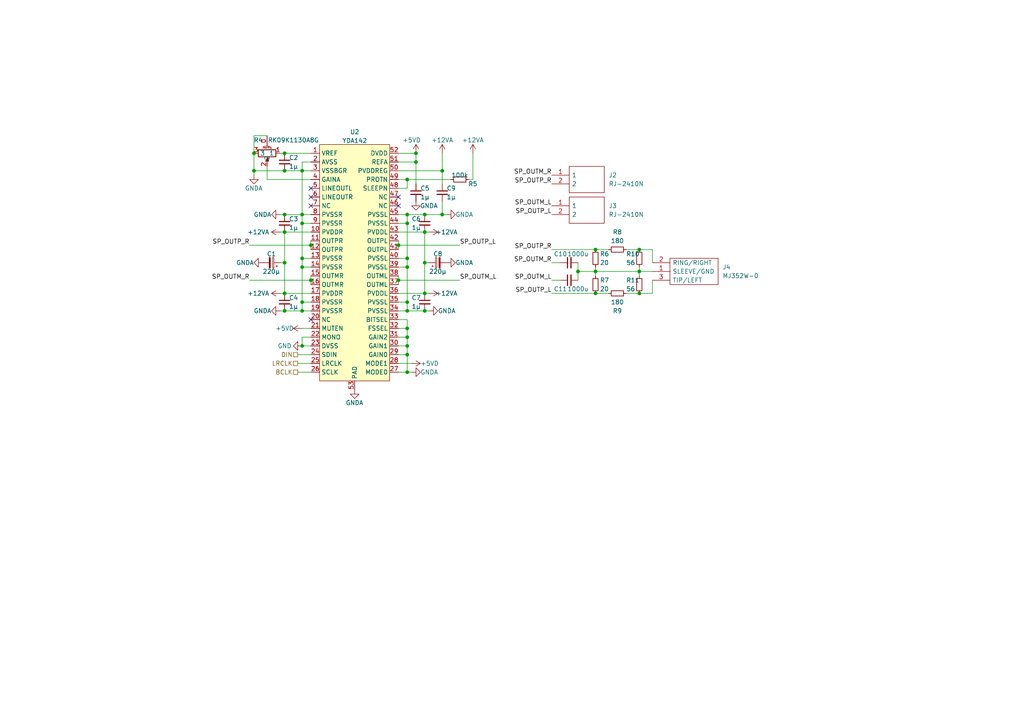
<source format=kicad_sch>
(kicad_sch (version 20211123) (generator eeschema)
  (paper "A4")
  (lib_symbols
    (symbol "Device:C_Polarized_Small" (pin_numbers hide) (pin_names (offset 0.254) hide)
      (property "Reference" "C" (at 0.254 1.778 0))
      (property "Value" "C_Polarized_Small" (at 0.254 -2.032 0))
      (symbol "C_Polarized_Small_0_1"
        (rectangle (start -1.524 -0.3048) (end 1.524 -0.6858) (fill (type outline)))
        (rectangle (start -1.524 0.6858) (end 1.524 0.3048))
        (polyline (pts (xy -1.27 1.524) (xy -0.762 1.524)))
        (polyline (pts (xy -1.016 1.27) (xy -1.016 1.778)))
      )
      (symbol "C_Polarized_Small_1_1"
        (pin passive line (at 0 2.54 270) (length 1.8542) (name "~") (number "1"))
        (pin passive line (at 0 -2.54 90) (length 1.8542) (name "~") (number "2"))
      )
    )
    (symbol "Device:C_Small" (pin_numbers hide) (pin_names (offset 0.254) hide)
      (property "Reference" "C" (at 0.254 1.778 0))
      (property "Value" "C_Small" (at 0.254 -2.032 0))
      (symbol "C_Small_0_1"
        (polyline (pts (xy -1.524 -0.508) (xy 1.524 -0.508)) (stroke (width 0.3302)))
        (polyline (pts (xy -1.524 0.508) (xy 1.524 0.508)) (stroke (width 0.3048)))
      )
      (symbol "C_Small_1_1"
        (pin passive line (at 0 2.54 270) (length 2.032) (name "~") (number "1"))
        (pin passive line (at 0 -2.54 90) (length 2.032) (name "~") (number "2"))
      )
    )
    (symbol "Device:R_Small" (pin_numbers hide) (pin_names (offset 0.254) hide)
      (property "Reference" "R" (at 0.762 0.508 0))
      (property "Value" "R_Small" (at 0.762 -1.016 0))
      (symbol "R_Small_0_1"
        (rectangle (start -0.762 1.778) (end 0.762 -1.778) (stroke (width 0.2032)))
      )
      (symbol "R_Small_1_1"
        (pin passive line (at 0 2.54 270) (length 0.762) (name "~") (number "1"))
        (pin passive line (at 0 -2.54 90) (length 0.762) (name "~") (number "2"))
      )
    )
    (symbol "MJ-352W-O:MJ352W-0" (pin_names (offset 0.762))
      (property "Reference" "J" (at 1.27 -5.08 0))
      (property "Value" "MJ352W-0" (at 1.27 -7.62 0))
      (symbol "MJ352W-0_0_0"
        (pin passive line (at 0 0 0) (length 5.08) (name "SLEEVE/GND") (number "1"))
        (pin passive line (at 0 2.54 0) (length 5.08) (name "RING/RIGHT") (number "2"))
        (pin passive line (at 0 -2.54 0) (length 5.08) (name "TIP/LEFT") (number "3"))
      )
      (symbol "MJ352W-0_0_1"
        (rectangle (start 5.08 3.81) (end 19.05 -3.81))
      )
    )
    (symbol "RJ-2410N:RJ-2410N" (pin_names (offset 0.762))
      (property "Reference" "J" (at 16.51 7.62 0))
      (property "Value" "RJ-2410N" (at 16.51 5.08 0))
      (symbol "RJ-2410N_0_0"
        (pin passive line (at 0 0 0) (length 5.08) (name "1") (number "1"))
        (pin passive line (at 0 -2.54 0) (length 5.08) (name "2") (number "2"))
      )
      (symbol "RJ-2410N_0_1"
        (polyline (pts (xy 5.08 2.54) (xy 15.24 2.54) (xy 15.24 -5.08) (xy 5.08 -5.08) (xy 5.08 2.54)) (stroke (width 0.1524)))
      )
    )
    (symbol "RK09K1130A8G:RK09K1130A8G"
      (property "Reference" "R" (at 0 12.7 0))
      (property "Value" "RK09K1130A8G" (at 0 10.16 0))
      (symbol "RK09K1130A8G_0_1"
        (polyline (pts (xy 2.54 0) (xy 1.524 0)))
        (polyline (pts (xy 1.143 0) (xy 2.286 0.508) (xy 2.286 -0.508)) (fill (type outline)))
        (rectangle (start 1.016 2.54) (end -1.016 -2.54) (stroke (width 0.254)))
      )
      (symbol "RK09K1130A8G_1_1"
        (polyline (pts (xy -2.032 1.016) (xy -2.032 -1.016)) (stroke (width 0.1524)))
        (text "Mounting" (at -1.651 0 900) (effects (font (size 0.381 0.381))))
        (pin passive line (at -5.08 0 0) (length 3.048) (name "") (number "0"))
        (pin passive line (at 0 3.81 270) (length 1.27) (name "1") (number "1"))
        (pin passive line (at 3.81 0 180) (length 1.27) (name "2") (number "2"))
        (pin passive line (at 0 -3.81 90) (length 1.27) (name "3") (number "3"))
      )
    )
    (symbol "YDA142:YDA142"
      (property "Reference" "U" (at 3.81 3.81 0))
      (property "Value" "YDA142" (at 8.89 3.81 0))
      (symbol "YDA142_0_1"
        (rectangle (start 2.54 -66.04) (end 22.86 2.54) (stroke (width 0.1524)) (fill (type background)))
      )
      (symbol "YDA142_1_1"
        (pin passive line (at 0 0 0) (length 2.54) (name "VREF") (number "1"))
        (pin passive line (at 0 -22.86 0) (length 2.54) (name "PVDDR") (number "10"))
        (pin passive line (at 0 -25.4 0) (length 2.54) (name "OUTPR") (number "11"))
        (pin passive line (at 0 -27.94 0) (length 2.54) (name "OUTPR") (number "12"))
        (pin passive line (at 0 -30.48 0) (length 2.54) (name "PVSSR") (number "13"))
        (pin passive line (at 0 -33.02 0) (length 2.54) (name "PVSSR") (number "14"))
        (pin passive line (at 0 -35.56 0) (length 2.54) (name "OUTMR") (number "15"))
        (pin passive line (at 0 -38.1 0) (length 2.54) (name "OUTMR") (number "16"))
        (pin passive line (at 0 -40.64 0) (length 2.54) (name "PVDDR") (number "17"))
        (pin passive line (at 0 -43.18 0) (length 2.54) (name "PVSSR") (number "18"))
        (pin passive line (at 0 -45.72 0) (length 2.54) (name "PVSSR") (number "19"))
        (pin passive line (at 0 -2.54 0) (length 2.54) (name "AVSS") (number "2"))
        (pin passive line (at 0 -48.26 0) (length 2.54) (name "NC") (number "20"))
        (pin passive line (at 0 -50.8 0) (length 2.54) (name "MUTEN") (number "21"))
        (pin passive line (at 0 -53.34 0) (length 2.54) (name "MONO") (number "22"))
        (pin passive line (at 0 -55.88 0) (length 2.54) (name "DVSS") (number "23"))
        (pin passive line (at 0 -58.42 0) (length 2.54) (name "SDIN") (number "24"))
        (pin passive line (at 0 -60.96 0) (length 2.54) (name "LRCLK") (number "25"))
        (pin passive line (at 0 -63.5 0) (length 2.54) (name "SCLK") (number "26"))
        (pin passive line (at 25.4 -63.5 180) (length 2.54) (name "MODE0") (number "27"))
        (pin passive line (at 25.4 -60.96 180) (length 2.54) (name "MODE1") (number "28"))
        (pin passive line (at 25.4 -58.42 180) (length 2.54) (name "GAIN0") (number "29"))
        (pin passive line (at 0 -5.08 0) (length 2.54) (name "VSSBGR") (number "3"))
        (pin passive line (at 25.4 -55.88 180) (length 2.54) (name "GAIN1") (number "30"))
        (pin passive line (at 25.4 -53.34 180) (length 2.54) (name "GAIN2") (number "31"))
        (pin passive line (at 25.4 -50.8 180) (length 2.54) (name "FSSEL") (number "32"))
        (pin passive line (at 25.4 -48.26 180) (length 2.54) (name "BITSEL") (number "33"))
        (pin passive line (at 25.4 -45.72 180) (length 2.54) (name "PVSSL") (number "34"))
        (pin passive line (at 25.4 -43.18 180) (length 2.54) (name "PVSSL") (number "35"))
        (pin passive line (at 25.4 -40.64 180) (length 2.54) (name "PVDDL") (number "36"))
        (pin passive line (at 25.4 -38.1 180) (length 2.54) (name "OUTML") (number "37"))
        (pin passive line (at 25.4 -35.56 180) (length 2.54) (name "OUTML") (number "38"))
        (pin passive line (at 25.4 -33.02 180) (length 2.54) (name "PVSSL") (number "39"))
        (pin passive line (at 0 -7.62 0) (length 2.54) (name "GAINA") (number "4"))
        (pin passive line (at 25.4 -30.48 180) (length 2.54) (name "PVSSL") (number "40"))
        (pin passive line (at 25.4 -27.94 180) (length 2.54) (name "OUTPL") (number "41"))
        (pin passive line (at 25.4 -25.4 180) (length 2.54) (name "OUTPL") (number "42"))
        (pin passive line (at 25.4 -22.86 180) (length 2.54) (name "PVDDL") (number "43"))
        (pin passive line (at 25.4 -20.32 180) (length 2.54) (name "PVSSL") (number "44"))
        (pin passive line (at 25.4 -17.78 180) (length 2.54) (name "PVSSL") (number "45"))
        (pin passive line (at 25.4 -15.24 180) (length 2.54) (name "NC") (number "46"))
        (pin passive line (at 25.4 -12.7 180) (length 2.54) (name "NC") (number "47"))
        (pin passive line (at 25.4 -10.16 180) (length 2.54) (name "SLEEPN") (number "48"))
        (pin passive line (at 25.4 -7.62 180) (length 2.54) (name "PROTN") (number "49"))
        (pin passive line (at 0 -10.16 0) (length 2.54) (name "LINEOUTL") (number "5"))
        (pin passive line (at 25.4 -5.08 180) (length 2.54) (name "PVDDREG") (number "50"))
        (pin passive line (at 25.4 -2.54 180) (length 2.54) (name "REFA") (number "51"))
        (pin passive line (at 25.4 0 180) (length 2.54) (name "DVDD") (number "52"))
        (pin passive line (at 12.7 -68.58 90) (length 2.54) (name "PAD") (number "53"))
        (pin passive line (at 0 -12.7 0) (length 2.54) (name "LINEOUTR") (number "6"))
        (pin passive line (at 0 -15.24 0) (length 2.54) (name "NC") (number "7"))
        (pin passive line (at 0 -17.78 0) (length 2.54) (name "PVSSR") (number "8"))
        (pin passive line (at 0 -20.32 0) (length 2.54) (name "PVSSR") (number "9"))
      )
    )
    (symbol "power:+12VA" (power) (pin_names (offset 0))
      (property "Value" "+12VA" (at 0 3.556 0))
      (symbol "+12VA_0_1"
        (polyline (pts (xy -0.762 1.27) (xy 0 2.54)))
        (polyline (pts (xy 0 0) (xy 0 2.54)))
        (polyline (pts (xy 0 2.54) (xy 0.762 1.27)))
      )
      (symbol "+12VA_1_1"
        (pin power_in line (at 0 0 90) (length 0) hide (name "+12VA") (number "1"))
      )
    )
    (symbol "power:+5VD" (power) (pin_names (offset 0))
      (property "Value" "+5VD" (at 0 3.556 0))
      (symbol "+5VD_0_1"
        (polyline (pts (xy -0.762 1.27) (xy 0 2.54)))
        (polyline (pts (xy 0 0) (xy 0 2.54)))
        (polyline (pts (xy 0 2.54) (xy 0.762 1.27)))
      )
      (symbol "+5VD_1_1"
        (pin power_in line (at 0 0 90) (length 0) hide (name "+5VD") (number "1"))
      )
    )
    (symbol "power:GND" (power) (pin_names (offset 0))
      (property "Value" "GND" (at 0 -3.81 0))
      (symbol "GND_0_1"
        (polyline (pts (xy 0 0) (xy 0 -1.27) (xy 1.27 -1.27) (xy 0 -2.54) (xy -1.27 -1.27) (xy 0 -1.27)))
      )
      (symbol "GND_1_1"
        (pin power_in line (at 0 0 270) (length 0) hide (name "GND") (number "1"))
      )
    )
    (symbol "power:GNDA" (power) (pin_names (offset 0))
      (property "Value" "GNDA" (at 0 -3.81 0))
      (symbol "GNDA_0_1"
        (polyline (pts (xy 0 0) (xy 0 -1.27) (xy 1.27 -1.27) (xy 0 -2.54) (xy -1.27 -1.27) (xy 0 -1.27)))
      )
      (symbol "GNDA_1_1"
        (pin power_in line (at 0 0 270) (length 0) hide (name "GNDA") (number "1"))
      )
    )
  )
  (junction (at 118.11 100.33))
  (junction (at 118.11 62.23))
  (junction (at 118.11 90.17))
  (junction (at 118.11 74.93))
  (junction (at 90.17 71.12))
  (junction (at 118.11 107.95))
  (junction (at 87.63 64.77))
  (junction (at 118.11 102.87))
  (junction (at 185.42 78.74))
  (junction (at 82.55 67.31))
  (junction (at 185.42 72.39))
  (junction (at 82.55 49.53))
  (junction (at 118.11 97.79))
  (junction (at 87.63 77.47))
  (junction (at 118.11 77.47))
  (junction (at 123.19 85.09))
  (junction (at 185.42 85.09))
  (junction (at 73.66 44.45))
  (junction (at 87.63 100.33))
  (junction (at 172.72 85.09))
  (junction (at 123.19 90.17))
  (junction (at 128.27 62.23))
  (junction (at 123.19 76.2))
  (junction (at 87.63 87.63))
  (junction (at 87.63 62.23))
  (junction (at 123.19 62.23))
  (junction (at 82.55 44.45))
  (junction (at 172.72 78.74))
  (junction (at 123.19 67.31))
  (junction (at 115.57 81.28))
  (junction (at 118.11 64.77))
  (junction (at 118.11 87.63))
  (junction (at 87.63 49.53))
  (junction (at 87.63 90.17))
  (junction (at 128.27 49.53))
  (junction (at 82.55 85.09))
  (junction (at 120.65 44.45))
  (junction (at 82.55 76.2))
  (junction (at 73.66 49.53))
  (junction (at 118.11 95.25))
  (junction (at 90.17 81.28))
  (junction (at 82.55 62.23))
  (junction (at 82.55 90.17))
  (junction (at 87.63 74.93))
  (junction (at 167.64 78.74))
  (junction (at 120.65 46.99))
  (junction (at 118.11 52.07))
  (junction (at 115.57 71.12))
  (junction (at 172.72 72.39))
  (no_connect (at 90.17 92.71))
  (no_connect (at 90.17 59.69))
  (no_connect (at 115.57 59.69))
  (no_connect (at 115.57 57.15))
  (no_connect (at 90.17 54.61))
  (no_connect (at 90.17 57.15))
  (wire (pts (xy 123.19 90.17) (xy 124.46 90.17)))
  (wire (pts (xy 87.63 64.77) (xy 87.63 74.93)))
  (wire (pts (xy 90.17 72.39) (xy 90.17 71.12)))
  (wire (pts (xy 118.11 64.77) (xy 115.57 64.77)))
  (wire (pts (xy 115.57 87.63) (xy 118.11 87.63)))
  (wire (pts (xy 172.72 72.39) (xy 176.53 72.39)))
  (wire (pts (xy 181.61 85.09) (xy 185.42 85.09)))
  (wire (pts (xy 115.57 100.33) (xy 118.11 100.33)))
  (wire (pts (xy 115.57 62.23) (xy 118.11 62.23)))
  (wire (pts (xy 90.17 71.12) (xy 90.17 69.85)))
  (wire (pts (xy 115.57 44.45) (xy 120.65 44.45)))
  (wire (pts (xy 181.61 72.39) (xy 185.42 72.39)))
  (wire (pts (xy 118.11 87.63) (xy 118.11 90.17)))
  (wire (pts (xy 87.63 62.23) (xy 87.63 64.77)))
  (wire (pts (xy 118.11 62.23) (xy 118.11 64.77)))
  (wire (pts (xy 115.57 81.28) (xy 133.35 81.28)))
  (wire (pts (xy 118.11 92.71) (xy 118.11 95.25)))
  (wire (pts (xy 118.11 97.79) (xy 118.11 100.33)))
  (wire (pts (xy 115.57 71.12) (xy 133.35 71.12)))
  (wire (pts (xy 81.28 76.2) (xy 82.55 76.2)))
  (wire (pts (xy 87.63 100.33) (xy 90.17 100.33)))
  (wire (pts (xy 82.55 76.2) (xy 82.55 85.09)))
  (wire (pts (xy 115.57 95.25) (xy 118.11 95.25)))
  (wire (pts (xy 115.57 81.28) (xy 115.57 82.55)))
  (wire (pts (xy 189.23 76.2) (xy 189.23 72.39)))
  (wire (pts (xy 81.28 85.09) (xy 82.55 85.09)))
  (wire (pts (xy 160.02 76.2) (xy 162.56 76.2)))
  (wire (pts (xy 185.42 78.74) (xy 189.23 78.74)))
  (wire (pts (xy 87.63 97.79) (xy 90.17 97.79)))
  (wire (pts (xy 90.17 81.28) (xy 90.17 82.55)))
  (wire (pts (xy 172.72 77.47) (xy 172.72 78.74)))
  (wire (pts (xy 82.55 62.23) (xy 87.63 62.23)))
  (wire (pts (xy 118.11 64.77) (xy 118.11 74.93)))
  (wire (pts (xy 118.11 100.33) (xy 118.11 102.87)))
  (wire (pts (xy 90.17 81.28) (xy 72.39 81.28)))
  (wire (pts (xy 90.17 71.12) (xy 72.39 71.12)))
  (wire (pts (xy 73.66 50.8) (xy 73.66 49.53)))
  (wire (pts (xy 87.63 90.17) (xy 87.63 87.63)))
  (wire (pts (xy 115.57 71.12) (xy 115.57 69.85)))
  (wire (pts (xy 82.55 67.31) (xy 90.17 67.31)))
  (wire (pts (xy 115.57 74.93) (xy 118.11 74.93)))
  (wire (pts (xy 172.72 78.74) (xy 172.72 80.01)))
  (wire (pts (xy 82.55 90.17) (xy 87.63 90.17)))
  (wire (pts (xy 81.28 62.23) (xy 82.55 62.23)))
  (wire (pts (xy 82.55 85.09) (xy 90.17 85.09)))
  (wire (pts (xy 185.42 78.74) (xy 185.42 80.01)))
  (wire (pts (xy 118.11 90.17) (xy 115.57 90.17)))
  (wire (pts (xy 82.55 90.17) (xy 81.28 90.17)))
  (wire (pts (xy 123.19 85.09) (xy 124.46 85.09)))
  (wire (pts (xy 118.11 107.95) (xy 119.38 107.95)))
  (wire (pts (xy 87.63 46.99) (xy 90.17 46.99)))
  (wire (pts (xy 123.19 90.17) (xy 118.11 90.17)))
  (wire (pts (xy 123.19 62.23) (xy 128.27 62.23)))
  (wire (pts (xy 128.27 49.53) (xy 128.27 44.45)))
  (wire (pts (xy 87.63 77.47) (xy 87.63 74.93)))
  (wire (pts (xy 87.63 49.53) (xy 87.63 62.23)))
  (wire (pts (xy 87.63 97.79) (xy 87.63 100.33)))
  (wire (pts (xy 82.55 67.31) (xy 81.28 67.31)))
  (wire (pts (xy 82.55 44.45) (xy 90.17 44.45)))
  (wire (pts (xy 86.36 105.41) (xy 90.17 105.41)))
  (wire (pts (xy 115.57 52.07) (xy 118.11 52.07)))
  (wire (pts (xy 118.11 54.61) (xy 115.57 54.61)))
  (wire (pts (xy 124.46 76.2) (xy 123.19 76.2)))
  (wire (pts (xy 87.63 77.47) (xy 87.63 87.63)))
  (wire (pts (xy 82.55 49.53) (xy 87.63 49.53)))
  (wire (pts (xy 118.11 77.47) (xy 118.11 87.63)))
  (wire (pts (xy 115.57 102.87) (xy 118.11 102.87)))
  (wire (pts (xy 115.57 72.39) (xy 115.57 71.12)))
  (wire (pts (xy 86.36 107.95) (xy 90.17 107.95)))
  (wire (pts (xy 185.42 77.47) (xy 185.42 78.74)))
  (wire (pts (xy 115.57 107.95) (xy 118.11 107.95)))
  (wire (pts (xy 189.23 81.28) (xy 189.23 85.09)))
  (wire (pts (xy 115.57 46.99) (xy 120.65 46.99)))
  (wire (pts (xy 90.17 62.23) (xy 87.63 62.23)))
  (wire (pts (xy 90.17 90.17) (xy 87.63 90.17)))
  (wire (pts (xy 77.47 52.07) (xy 90.17 52.07)))
  (wire (pts (xy 128.27 58.42) (xy 128.27 62.23)))
  (wire (pts (xy 118.11 77.47) (xy 115.57 77.47)))
  (wire (pts (xy 128.27 49.53) (xy 128.27 53.34)))
  (wire (pts (xy 90.17 80.01) (xy 90.17 81.28)))
  (wire (pts (xy 120.65 46.99) (xy 120.65 53.34)))
  (wire (pts (xy 73.66 44.45) (xy 73.66 49.53)))
  (wire (pts (xy 118.11 95.25) (xy 118.11 97.79)))
  (wire (pts (xy 90.17 77.47) (xy 87.63 77.47)))
  (wire (pts (xy 189.23 85.09) (xy 185.42 85.09)))
  (wire (pts (xy 118.11 62.23) (xy 123.19 62.23)))
  (wire (pts (xy 185.42 78.74) (xy 172.72 78.74)))
  (wire (pts (xy 128.27 62.23) (xy 129.54 62.23)))
  (wire (pts (xy 115.57 97.79) (xy 118.11 97.79)))
  (wire (pts (xy 87.63 87.63) (xy 90.17 87.63)))
  (wire (pts (xy 86.36 102.87) (xy 90.17 102.87)))
  (wire (pts (xy 115.57 80.01) (xy 115.57 81.28)))
  (wire (pts (xy 81.28 44.45) (xy 82.55 44.45)))
  (wire (pts (xy 115.57 105.41) (xy 119.38 105.41)))
  (wire (pts (xy 172.72 85.09) (xy 176.53 85.09)))
  (wire (pts (xy 73.66 39.37) (xy 77.47 39.37)))
  (wire (pts (xy 87.63 64.77) (xy 90.17 64.77)))
  (wire (pts (xy 90.17 49.53) (xy 87.63 49.53)))
  (wire (pts (xy 87.63 74.93) (xy 90.17 74.93)))
  (wire (pts (xy 82.55 67.31) (xy 82.55 76.2)))
  (wire (pts (xy 118.11 52.07) (xy 118.11 54.61)))
  (wire (pts (xy 118.11 74.93) (xy 118.11 77.47)))
  (wire (pts (xy 87.63 95.25) (xy 90.17 95.25)))
  (wire (pts (xy 115.57 67.31) (xy 123.19 67.31)))
  (wire (pts (xy 137.16 52.07) (xy 137.16 44.45)))
  (wire (pts (xy 120.65 46.99) (xy 120.65 44.45)))
  (wire (pts (xy 189.23 72.39) (xy 185.42 72.39)))
  (wire (pts (xy 87.63 49.53) (xy 87.63 46.99)))
  (wire (pts (xy 160.02 85.09) (xy 172.72 85.09)))
  (wire (pts (xy 123.19 76.2) (xy 123.19 85.09)))
  (wire (pts (xy 172.72 78.74) (xy 167.64 78.74)))
  (wire (pts (xy 118.11 52.07) (xy 130.81 52.07)))
  (wire (pts (xy 137.16 52.07) (xy 135.89 52.07)))
  (wire (pts (xy 167.64 78.74) (xy 167.64 81.28)))
  (wire (pts (xy 160.02 72.39) (xy 172.72 72.39)))
  (wire (pts (xy 77.47 48.26) (xy 77.47 52.07)))
  (wire (pts (xy 73.66 49.53) (xy 82.55 49.53)))
  (wire (pts (xy 160.02 81.28) (xy 162.56 81.28)))
  (wire (pts (xy 115.57 92.71) (xy 118.11 92.71)))
  (wire (pts (xy 115.57 85.09) (xy 123.19 85.09)))
  (wire (pts (xy 73.66 39.37) (xy 73.66 44.45)))
  (wire (pts (xy 115.57 49.53) (xy 128.27 49.53)))
  (wire (pts (xy 123.19 67.31) (xy 123.19 76.2)))
  (wire (pts (xy 167.64 76.2) (xy 167.64 78.74)))
  (wire (pts (xy 123.19 67.31) (xy 124.46 67.31)))
  (wire (pts (xy 118.11 102.87) (xy 118.11 107.95)))
  (label "SP_OUTP_L" (at 133.35 71.12 0))
  (label "SP_OUTP_R" (at 160.02 53.34 180))
  (label "SP_OUTM_L" (at 160.02 81.28 180))
  (label "SP_OUTM_R" (at 160.02 50.8 180))
  (label "SP_OUTP_R" (at 160.02 72.39 180))
  (label "SP_OUTM_L" (at 133.35 81.28 0))
  (label "SP_OUTP_L" (at 160.02 85.09 180))
  (label "SP_OUTM_L" (at 160.02 59.69 180))
  (label "SP_OUTP_R" (at 72.39 71.12 180))
  (label "SP_OUTP_L" (at 160.02 62.23 180))
  (label "SP_OUTM_R" (at 160.02 76.2 180))
  (label "SP_OUTM_R" (at 72.39 81.28 180))
  (hierarchical_label "BCLK" (shape passive) (at 86.36 107.95 180))
  (hierarchical_label "LRCLK" (shape passive) (at 86.36 105.41 180))
  (hierarchical_label "DIN" (shape passive) (at 86.36 102.87 180))
  (symbol (lib_id "power:GNDA") (at 102.87 113.03 0) (unit 1)
    (property "Reference" "#PWR022" (effects hide))
    (property "Value" "GNDA" (at 105.41 116.84 0) (effects (justify right)))
  )
  (symbol (lib_id "MJ-352W-O:MJ352W-0") (at 189.23 78.74 0) (unit 1)
    (property "Reference" "J4" (at 209.55 77.4699 0) (effects (justify left)))
    (property "Value" "MJ352W-0" (at 209.55 80.0099 0) (effects (justify left)))
    (property "Footprint" "MJ-352W-O:MJ-352W-O" (effects hide))
    (property "Datasheet" "http://www.farnell.com/datasheets/3013749.pdf" (effects hide))
    (property "Description" "Kobiconn Socket, 3.5mm Jack, 3 Pole" (effects hide))
    (property "Height" "6" (effects hide))
    (property "Manufacturer_Name" "Kobiconn" (effects hide))
    (property "Manufacturer_Part_Number" "MJ352W-0" (effects hide))
    (property "Mouser Part Number" "N/A" (effects hide))
    (property "Mouser Price/Stock" "https://www.mouser.co.uk/ProductDetail/Kobiconn/MJ352W-0/?qs=W%2FMpXkg%252BdQ5LT%252BV8urJ6EA%3D%3D" (effects hide))
  )
  (symbol (lib_id "RK09K1130A8G:RK09K1130A8G") (at 77.47 44.45 270) (unit 1)
    (property "Reference" "R4" (at 74.93 40.64 90))
    (property "Value" "RK09K1130A8G" (at 85.09 40.64 90))
    (property "Footprint" "RK09K1130A8G:RK09K1130A8G" (effects hide))
  )
  (symbol (lib_id "power:GNDA") (at 76.2 76.2 270) (unit 1)
    (property "Reference" "#PWR015" (effects hide))
    (property "Value" "GNDA" (at 73.66 76.2 90) (effects (justify right)))
  )
  (symbol (lib_id "Device:R_Small") (at 179.07 85.09 90) (unit 1)
    (property "Reference" "R9" (at 179.07 90.17 90))
    (property "Value" "180" (at 179.07 87.63 90))
    (property "Footprint" "Resistor_THT:R_Axial_DIN0309_L9.0mm_D3.2mm_P12.70mm_Horizontal" (effects hide))
  )
  (symbol (lib_id "Device:R_Small") (at 133.35 52.07 90) (unit 1)
    (property "Reference" "R5" (at 137.16 53.34 90))
    (property "Value" "100k" (at 133.35 50.8 90))
    (property "Footprint" "Resistor_SMD:R_0603_1608Metric_Pad0.98x0.95mm_HandSolder" (effects hide))
  )
  (symbol (lib_id "power:GND") (at 87.63 100.33 270) (unit 1)
    (property "Reference" "#PWR021" (effects hide))
    (property "Value" "GND" (at 82.55 100.33 90))
  )
  (symbol (lib_id "power:+12VA") (at 124.46 67.31 270) (unit 1)
    (property "Reference" "#PWR027" (effects hide))
    (property "Value" "+12VA" (at 129.54 67.31 90))
  )
  (symbol (lib_id "power:+5VD") (at 119.38 105.41 270) (unit 1)
    (property "Reference" "#PWR023" (effects hide))
    (property "Value" "+5VD" (at 121.92 105.41 90) (effects (justify left)))
  )
  (symbol (lib_id "Device:C_Polarized_Small") (at 78.74 76.2 270) (mirror x) (unit 1)
    (property "Reference" "C1" (at 78.74 73.66 90))
    (property "Value" "220μ" (at 78.74 78.74 90))
    (property "Footprint" "Capacitor_THT:CP_Radial_D12.5mm_P5.00mm" (effects hide))
  )
  (symbol (lib_id "Device:R_Small") (at 179.07 72.39 90) (unit 1)
    (property "Reference" "R8" (at 179.07 67.31 90))
    (property "Value" "180" (at 179.07 69.85 90))
    (property "Footprint" "Resistor_THT:R_Axial_DIN0309_L9.0mm_D3.2mm_P12.70mm_Horizontal" (effects hide))
  )
  (symbol (lib_id "power:+12VA") (at 81.28 85.09 90) (unit 1)
    (property "Reference" "#PWR018" (effects hide))
    (property "Value" "+12VA" (at 74.93 85.09 90))
  )
  (symbol (lib_id "Device:C_Small") (at 82.55 64.77 0) (unit 1)
    (property "Reference" "C3" (at 83.82 63.5 0) (effects (justify left)))
    (property "Value" "1μ" (at 83.82 66.04 0) (effects (justify left)))
    (property "Footprint" "Capacitor_SMD:C_0603_1608Metric_Pad1.08x0.95mm_HandSolder" (effects hide))
  )
  (symbol (lib_id "Device:C_Small") (at 120.65 55.88 0) (unit 1)
    (property "Reference" "C5" (at 121.92 54.61 0) (effects (justify left)))
    (property "Value" "1μ" (at 121.92 57.15 0) (effects (justify left)))
    (property "Footprint" "Capacitor_SMD:C_0603_1608Metric_Pad1.08x0.95mm_HandSolder" (effects hide))
  )
  (symbol (lib_id "RJ-2410N:RJ-2410N") (at 160.02 50.8 0) (unit 1)
    (property "Reference" "J2" (at 176.53 50.7999 0) (effects (justify left)))
    (property "Value" "RJ-2410N" (at 176.53 53.3399 0) (effects (justify left)))
    (property "Footprint" "RJ-2410N:RJ-2410N" (effects hide))
    (property "Datasheet" "http://akizukidenshi.com/download/RJ-2410N_R.pdf" (effects hide))
    (property "Description" "RCA Jack-P>C>B Mount, Red" (effects hide))
    (property "Height" "13.2" (effects hide))
    (property "Manufacturer_Name" "United Au-Vi" (effects hide))
    (property "Manufacturer_Part_Number" "RJ-2410N" (effects hide))
  )
  (symbol (lib_id "Device:C_Small") (at 82.55 46.99 0) (unit 1)
    (property "Reference" "C2" (at 83.82 45.72 0) (effects (justify left)))
    (property "Value" "1μ" (at 83.82 48.26 0) (effects (justify left)))
    (property "Footprint" "Capacitor_SMD:C_0603_1608Metric_Pad1.08x0.95mm_HandSolder" (effects hide))
  )
  (symbol (lib_id "power:GNDA") (at 124.46 90.17 90) (unit 1)
    (property "Reference" "#PWR029" (effects hide))
    (property "Value" "GNDA" (at 127 90.17 90) (effects (justify right)))
  )
  (symbol (lib_id "power:GNDA") (at 119.38 107.95 90) (unit 1)
    (property "Reference" "#PWR024" (effects hide))
    (property "Value" "GNDA" (at 121.92 107.95 90) (effects (justify right)))
  )
  (symbol (lib_id "Device:C_Small") (at 123.19 87.63 0) (unit 1)
    (property "Reference" "C7" (at 119.38 86.36 0) (effects (justify left)))
    (property "Value" "1μ" (at 119.38 88.9 0) (effects (justify left)))
    (property "Footprint" "Capacitor_SMD:C_0603_1608Metric_Pad1.08x0.95mm_HandSolder" (effects hide))
  )
  (symbol (lib_id "power:GNDA") (at 81.28 90.17 270) (unit 1)
    (property "Reference" "#PWR019" (effects hide))
    (property "Value" "GNDA" (at 78.74 90.17 90) (effects (justify right)))
  )
  (symbol (lib_id "power:GNDA") (at 73.66 50.8 0) (unit 1)
    (property "Reference" "#PWR014" (effects hide))
    (property "Value" "GNDA" (at 76.2 54.61 0) (effects (justify right)))
  )
  (symbol (lib_id "Device:R_Small") (at 172.72 74.93 0) (unit 1)
    (property "Reference" "R6" (at 173.99 73.66 0) (effects (justify left)))
    (property "Value" "20" (at 173.99 76.2 0) (effects (justify left)))
    (property "Footprint" "Resistor_THT:R_Axial_DIN0516_L15.5mm_D5.0mm_P20.32mm_Horizontal" (effects hide))
  )
  (symbol (lib_id "power:+12VA") (at 137.16 44.45 0) (unit 1)
    (property "Reference" "#PWR033" (effects hide))
    (property "Value" "+12VA" (at 137.16 40.64 0))
  )
  (symbol (lib_id "Device:R_Small") (at 185.42 74.93 0) (unit 1)
    (property "Reference" "R10" (at 181.61 73.66 0) (effects (justify left)))
    (property "Value" "56" (at 181.61 76.2 0) (effects (justify left)))
    (property "Footprint" "Resistor_THT:R_Axial_DIN0207_L6.3mm_D2.5mm_P7.62mm_Horizontal" (effects hide))
  )
  (symbol (lib_id "power:GNDA") (at 81.28 62.23 270) (unit 1)
    (property "Reference" "#PWR016" (effects hide))
    (property "Value" "GNDA" (at 78.74 62.23 90) (effects (justify right)))
  )
  (symbol (lib_id "Device:C_Small") (at 165.1 76.2 90) (unit 1)
    (property "Reference" "C10" (at 162.56 73.66 90))
    (property "Value" "1000u" (at 167.64 73.66 90))
    (property "Footprint" "Capacitor_THT:C_Radial_D16.0mm_H31.5mm_P7.50mm" (effects hide))
  )
  (symbol (lib_id "Device:R_Small") (at 185.42 82.55 0) (unit 1)
    (property "Reference" "R11" (at 181.61 81.28 0) (effects (justify left)))
    (property "Value" "56" (at 181.61 83.82 0) (effects (justify left)))
    (property "Footprint" "Resistor_THT:R_Axial_DIN0207_L6.3mm_D2.5mm_P7.62mm_Horizontal" (effects hide))
  )
  (symbol (lib_id "power:GNDA") (at 120.65 58.42 0) (unit 1)
    (property "Reference" "#PWR026" (effects hide))
    (property "Value" "GNDA" (at 127 59.69 0) (effects (justify right)))
  )
  (symbol (lib_id "power:+12VA") (at 124.46 85.09 270) (unit 1)
    (property "Reference" "#PWR028" (effects hide))
    (property "Value" "+12VA" (at 129.54 85.09 90))
  )
  (symbol (lib_id "power:GNDA") (at 129.54 76.2 90) (unit 1)
    (property "Reference" "#PWR032" (effects hide))
    (property "Value" "GNDA" (at 132.08 76.2 90) (effects (justify right)))
  )
  (symbol (lib_id "Device:R_Small") (at 172.72 82.55 0) (unit 1)
    (property "Reference" "R7" (at 173.99 81.28 0) (effects (justify left)))
    (property "Value" "20" (at 173.99 83.82 0) (effects (justify left)))
    (property "Footprint" "Resistor_THT:R_Axial_DIN0516_L15.5mm_D5.0mm_P20.32mm_Horizontal" (effects hide))
  )
  (symbol (lib_id "YDA142:YDA142") (at 90.17 44.45 0) (unit 1)
    (property "Reference" "U2" (at 102.87 38.261 0))
    (property "Value" "YDA142" (at 102.87 40.7979 0))
    (property "Footprint" "YDA142:YDA142" (effects hide))
  )
  (symbol (lib_id "power:+12VA") (at 128.27 44.45 0) (unit 1)
    (property "Reference" "#PWR030" (effects hide))
    (property "Value" "+12VA" (at 128.27 40.64 0))
  )
  (symbol (lib_id "Device:C_Small") (at 82.55 87.63 0) (unit 1)
    (property "Reference" "C4" (at 83.82 86.36 0) (effects (justify left)))
    (property "Value" "1μ" (at 83.82 88.9 0) (effects (justify left)))
    (property "Footprint" "Capacitor_SMD:C_0603_1608Metric_Pad1.08x0.95mm_HandSolder" (effects hide))
  )
  (symbol (lib_id "power:+5VD") (at 120.65 44.45 0) (unit 1)
    (property "Reference" "#PWR025" (effects hide))
    (property "Value" "+5VD" (at 119.38 40.64 0))
  )
  (symbol (lib_id "Device:C_Polarized_Small") (at 127 76.2 90) (unit 1)
    (property "Reference" "C8" (at 127 73.66 90))
    (property "Value" "220μ" (at 127 78.74 90))
    (property "Footprint" "Capacitor_THT:CP_Radial_D12.5mm_P5.00mm" (effects hide))
  )
  (symbol (lib_id "RJ-2410N:RJ-2410N") (at 160.02 59.69 0) (unit 1)
    (property "Reference" "J3" (at 176.53 59.6899 0) (effects (justify left)))
    (property "Value" "RJ-2410N" (at 176.53 62.2299 0) (effects (justify left)))
    (property "Footprint" "RJ-2410N:RJ-2410N" (effects hide))
    (property "Datasheet" "http://akizukidenshi.com/download/RJ-2410N_R.pdf" (effects hide))
    (property "Description" "RCA Jack-P>C>B Mount, Red" (effects hide))
    (property "Height" "13.2" (effects hide))
    (property "Manufacturer_Name" "United Au-Vi" (effects hide))
    (property "Manufacturer_Part_Number" "RJ-2410N" (effects hide))
  )
  (symbol (lib_id "power:+5VD") (at 87.63 95.25 90) (unit 1)
    (property "Reference" "#PWR020" (effects hide))
    (property "Value" "+5VD" (at 82.55 95.25 90))
  )
  (symbol (lib_id "power:GNDA") (at 129.54 62.23 90) (unit 1)
    (property "Reference" "#PWR031" (effects hide))
    (property "Value" "GNDA" (at 132.08 62.23 90) (effects (justify right)))
  )
  (symbol (lib_id "Device:C_Small") (at 128.27 55.88 0) (unit 1)
    (property "Reference" "C9" (at 129.54 54.61 0) (effects (justify left)))
    (property "Value" "1μ" (at 129.54 57.15 0) (effects (justify left)))
    (property "Footprint" "Capacitor_SMD:C_0603_1608Metric_Pad1.08x0.95mm_HandSolder" (effects hide))
  )
  (symbol (lib_id "Device:C_Small") (at 123.19 64.77 0) (unit 1)
    (property "Reference" "C6" (at 119.38 63.5 0) (effects (justify left)))
    (property "Value" "1μ" (at 119.38 66.04 0) (effects (justify left)))
    (property "Footprint" "Capacitor_SMD:C_0603_1608Metric_Pad1.08x0.95mm_HandSolder" (effects hide))
  )
  (symbol (lib_id "Device:C_Small") (at 165.1 81.28 90) (unit 1)
    (property "Reference" "C11" (at 162.56 83.82 90))
    (property "Value" "1000u" (at 167.64 83.82 90))
    (property "Footprint" "Capacitor_THT:C_Radial_D16.0mm_H31.5mm_P7.50mm" (effects hide))
  )
  (symbol (lib_id "power:+12VA") (at 81.28 67.31 90) (unit 1)
    (property "Reference" "#PWR017" (effects hide))
    (property "Value" "+12VA" (at 74.93 67.31 90))
  )
)
</source>
